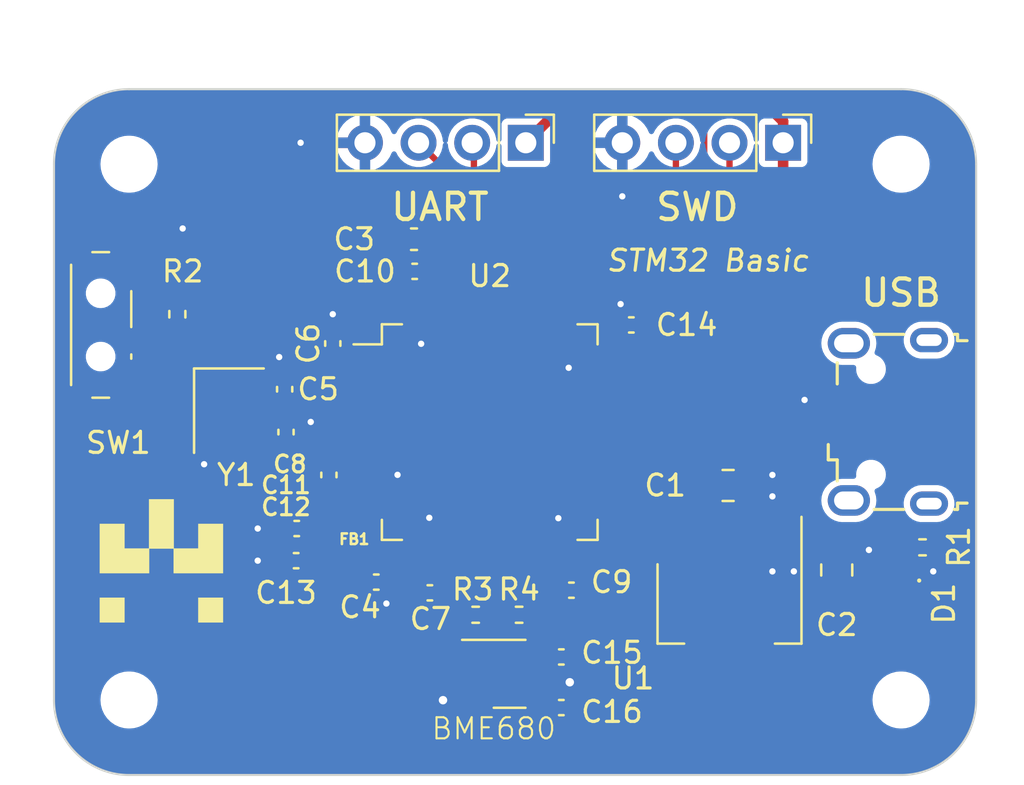
<source format=kicad_pcb>
(kicad_pcb (version 20221018) (generator pcbnew)
  (layers (0 "F.Cu" signal) (31 "B.Cu" power) (34 "B.Paste" user) (35 "F.Paste" user) (36 "B.SilkS" user "B.Silkscreen") (37 "F.SilkS" user "F.Silkscreen") (38 "B.Mask" user) (39 "F.Mask" user) (44 "Edge.Cuts" user))
  (net 0 "")
  (net 1 "VBUS")
  (net 2 "GND")
  (net 3 "+3.3V")
  (net 4 "/NRST")
  (net 5 "/OSC_IN")
  (net 6 "/OSC_OUT")
  (net 7 "+3.3VA")
  (net 8 "/PWD_LED_K")
  (net 9 "/SWDIO")
  (net 10 "/SWCLK")
  (net 11 "/USB_D-")
  (net 12 "/USB_D+")
  (net 14 "/UART1_TX")
  (net 15 "/UART1_RX")
  (net 16 "/SW_BOOT0")
  (net 17 "/BOOT0")
  (net 58 "SCL")
  (net 59 "SDA")
  (footprint "Capacitor_SMD:C_0402_1005Metric" (layer "F.Cu") (at 66.678428 86.235133 180)
    (fp_text reference "C9" (at -1.901572 0.383133) (layer "F.SilkS"))
    (fp_text value "100n")
    (pad "1" smd roundrect (at -0.48 0 180) (size 0.56 0.62) (layers "F.Cu" "F.Paste" "F.Mask") (net 3 "+3.3V"))
    (pad "2" smd roundrect (at 0.48 0 180) (size 0.56 0.62) (layers "F.Cu" "F.Paste" "F.Mask") (net 2 "GND"))
  )
  (footprint "Package_LGA:Bosch_LGA-8_3x3mm_P0.8mm_ClockwisePinNumbering" (layer "F.Cu") (at 63 90.2 90)
    (fp_text reference "U3" hide)
    (fp_text value "BME680")
    (pad "1" smd roundrect (at -1.2 -1.1875 90) (size 0.5 0.525) (layers "F.Cu" "F.Paste" "F.Mask") (net 2 "GND"))
    (pad "2" smd roundrect (at -0.4 -1.1875 90) (size 0.5 0.525) (layers "F.Cu" "F.Paste" "F.Mask") (net 3 "+3.3V"))
    (pad "3" smd roundrect (at 0.4 -1.1875 90) (size 0.5 0.525) (layers "F.Cu" "F.Paste" "F.Mask") (net 59 "SDA"))
    (pad "4" smd roundrect (at 1.2 -1.1875 90) (size 0.5 0.525) (layers "F.Cu" "F.Paste" "F.Mask") (net 58 "SCL"))
    (pad "5" smd roundrect (at 1.2 1.1875 90) (size 0.5 0.525) (layers "F.Cu" "F.Paste" "F.Mask") (net 3 "+3.3V"))
    (pad "6" smd roundrect (at 0.4 1.1875 90) (size 0.5 0.525) (layers "F.Cu" "F.Paste" "F.Mask") (net 3 "+3.3V"))
    (pad "7" smd roundrect (at -0.4 1.1875 90) (size 0.5 0.525) (layers "F.Cu" "F.Paste" "F.Mask") (net 2 "GND"))
    (pad "8" smd roundrect (at -1.2 1.1875 90) (size 0.5 0.525) (layers "F.Cu" "F.Paste" "F.Mask") (net 3 "+3.3V"))
  )
  (footprint "Resistor_SMD:R_0402_1005Metric" (layer "F.Cu") (at 62.141323 87.4 180)
    (fp_text reference "R3" (at 0.141323 1.2 180) (layer "F.SilkS"))
    (fp_text value "4k7")
    (pad "1" smd roundrect (at -0.51 0 180) (size 0.54 0.64) (layers "F.Cu" "F.Paste" "F.Mask") (net 58 "SCL"))
    (pad "2" smd roundrect (at 0.51 0 180) (size 0.54 0.64) (layers "F.Cu" "F.Paste" "F.Mask") (net 3 "+3.3V"))
  )
  (footprint "LOGO" (layer "F.Cu") (at 47.244 84.836)
    (fp_text reference "G***" hide)
    (fp_text value "LOGO" hide)
  )
  (footprint "Button_Switch_SMD:SW_SPDT_PCM12" (layer "F.Cu") (at 44.704 73.66 -90)
    (fp_text reference "SW1" (at 5.588 -0.508 -180) (layer "F.SilkS"))
    (fp_text value "SW_SPDT")
    (pad "" smd rect (at -3.65 -0.78 270) (size 1 0.8) (layers "F.Cu" "F.Paste" "F.Mask"))
    (pad "" smd rect (at -3.65 1.43 270) (size 1 0.8) (layers "F.Cu" "F.Paste" "F.Mask"))
    (pad "" np_thru_hole circle (at -1.5 0.33 270) (size 0.9 0.9) (drill 0.9) (layers "*.Cu" "*.Mask"))
    (pad "" np_thru_hole circle (at 1.5 0.33 270) (size 0.9 0.9) (drill 0.9) (layers "*.Cu" "*.Mask"))
    (pad "" smd rect (at 3.65 -0.78 270) (size 1 0.8) (layers "F.Cu" "F.Paste" "F.Mask"))
    (pad "" smd rect (at 3.65 1.43 270) (size 1 0.8) (layers "F.Cu" "F.Paste" "F.Mask"))
    (pad "1" smd rect (at -2.25 -1.43 270) (size 0.7 1.5) (layers "F.Cu" "F.Paste" "F.Mask") (net 2 "GND"))
    (pad "2" smd rect (at 0.75 -1.43 270) (size 0.7 1.5) (layers "F.Cu" "F.Paste" "F.Mask") (net 16 "/SW_BOOT0"))
    (pad "3" smd rect (at 2.25 -1.43 270) (size 0.7 1.5) (layers "F.Cu" "F.Paste" "F.Mask") (net 3 "+3.3V"))
  )
  (footprint "Capacitor_SMD:C_0402_1005Metric" (layer "F.Cu") (at 53.664 83.312 180)
    (fp_text reference "C12" (at 0.508 1.016) (layer "F.SilkS") (effects (font (size 0.8 0.8))))
    (fp_text value "1u")
    (pad "1" smd roundrect (at -0.48 0 180) (size 0.56 0.62) (layers "F.Cu" "F.Paste" "F.Mask") (net 7 "+3.3VA"))
    (pad "2" smd roundrect (at 0.48 0 180) (size 0.56 0.62) (layers "F.Cu" "F.Paste" "F.Mask") (net 2 "GND"))
  )
  (footprint "MountingHole:MountingHole_2.2mm_M2" (layer "F.Cu") (at 45.72 66.04)
    (fp_text reference "H2")
    (fp_text value "MountingHole")
    (pad "" np_thru_hole circle (at 0 0) (size 2.2 2.2) (drill 2.2) (layers "*.Cu" "*.Mask"))
  )
  (footprint "Capacitor_SMD:C_0402_1005Metric" (layer "F.Cu") (at 59.972 86.36 180)
    (fp_text reference "C7" (at -0.028 -1.24) (layer "F.SilkS"))
    (fp_text value "100n" hide)
    (pad "1" smd roundrect (at -0.48 0 180) (size 0.56 0.62) (layers "F.Cu" "F.Paste" "F.Mask") (net 3 "+3.3V"))
    (pad "2" smd roundrect (at 0.48 0 180) (size 0.56 0.62) (layers "F.Cu" "F.Paste" "F.Mask") (net 2 "GND"))
  )
  (footprint "Resistor_SMD:R_0402_1005Metric" (layer "F.Cu") (at 48.008 73.152 90)
    (fp_text reference "R2" (at 2.032 0.252 180) (layer "F.SilkS"))
    (fp_text value "10k")
    (pad "1" smd roundrect (at -0.51 0 90) (size 0.54 0.64) (layers "F.Cu" "F.Paste" "F.Mask") (net 16 "/SW_BOOT0"))
    (pad "2" smd roundrect (at 0.51 0 90) (size 0.54 0.64) (layers "F.Cu" "F.Paste" "F.Mask") (net 17 "/BOOT0"))
  )
  (footprint "Crystal:Crystal_SMD_3225-4Pin_3.2x2.5mm" (layer "F.Cu") (at 50.45 77.724 -90)
    (fp_text reference "Y1" (at 3.048 -0.35 180) (layer "F.SilkS"))
    (fp_text value "16MHz")
    (pad "1" smd rect (at -1.1 0.85 270) (size 1.4 1.2) (layers "F.Cu" "F.Paste" "F.Mask") (net 5 "/OSC_IN"))
    (pad "2" smd rect (at 1.1 0.85 270) (size 1.4 1.2) (layers "F.Cu" "F.Paste" "F.Mask") (net 2 "GND"))
    (pad "3" smd rect (at 1.1 -0.85 270) (size 1.4 1.2) (layers "F.Cu" "F.Paste" "F.Mask") (net 6 "/OSC_OUT"))
    (pad "4" smd rect (at -1.1 -0.85 270) (size 1.4 1.2) (layers "F.Cu" "F.Paste" "F.Mask") (net 2 "GND"))
  )
  (footprint "Capacitor_SMD:C_0603_1608Metric" (layer "F.Cu") (at 59.22 69.596)
    (fp_text reference "C3" (at -2.832 0) (layer "F.SilkS"))
    (fp_text value "10u")
    (pad "1" smd roundrect (at -0.775 0) (size 0.9 0.95) (layers "F.Cu" "F.Paste" "F.Mask") (net 3 "+3.3V"))
    (pad "2" smd roundrect (at 0.775 0) (size 0.9 0.95) (layers "F.Cu" "F.Paste" "F.Mask") (net 2 "GND"))
  )
  (footprint "Capacitor_SMD:C_0402_1005Metric" (layer "F.Cu") (at 66.2 91.8 180)
    (fp_text reference "C16" (at -2.4 -0.2) (layer "F.SilkS"))
    (fp_text value "100n")
    (pad "1" smd roundrect (at -0.48 0 180) (size 0.56 0.62) (layers "F.Cu" "F.Paste" "F.Mask") (net 2 "GND"))
    (pad "2" smd roundrect (at 0.48 0 180) (size 0.56 0.62) (layers "F.Cu" "F.Paste" "F.Mask") (net 3 "+3.3V"))
  )
  (footprint "Capacitor_SMD:C_0402_1005Metric" (layer "F.Cu") (at 53.156 78.74 90)
    (fp_text reference "C8" (at -1.524 0.184 180) (layer "F.SilkS") (effects (font (size 0.8 0.8))))
    (fp_text value "10p")
    (pad "1" smd roundrect (at -0.48 0 90) (size 0.56 0.62) (layers "F.Cu" "F.Paste" "F.Mask") (net 6 "/OSC_OUT"))
    (pad "2" smd roundrect (at 0.48 0 90) (size 0.56 0.62) (layers "F.Cu" "F.Paste" "F.Mask") (net 2 "GND"))
  )
  (footprint "Inductor_SMD:L_0402_1005Metric" (layer "F.Cu") (at 55.188 83.82 -90)
    (fp_text reference "FB1" (at 0 -1.2) (layer "F.SilkS") (effects (font (size 0.5 0.5) (thickness 0.125))))
    (fp_text value "120R")
    (pad "1" smd roundrect (at -0.485 0 270) (size 0.59 0.64) (layers "F.Cu" "F.Paste" "F.Mask") (net 7 "+3.3VA"))
    (pad "2" smd roundrect (at 0.485 0 270) (size 0.59 0.64) (layers "F.Cu" "F.Paste" "F.Mask") (net 3 "+3.3V"))
  )
  (footprint "Resistor_SMD:R_0402_1005Metric" (layer "F.Cu") (at 64.2 87.4 180)
    (fp_text reference "R4" (at 0 1.2 180) (layer "F.SilkS"))
    (fp_text value "4k7")
    (pad "1" smd roundrect (at -0.51 0 180) (size 0.54 0.64) (layers "F.Cu" "F.Paste" "F.Mask") (net 3 "+3.3V"))
    (pad "2" smd roundrect (at 0.51 0 180) (size 0.54 0.64) (layers "F.Cu" "F.Paste" "F.Mask") (net 59 "SDA"))
  )
  (footprint "Capacitor_SMD:C_0402_1005Metric" (layer "F.Cu") (at 55.372 74.540614 90)
    (fp_text reference "C6" (at 0 -1.16 90) (layer "F.SilkS"))
    (fp_text value "100n")
    (pad "1" smd roundrect (at -0.48 0 90) (size 0.56 0.62) (layers "F.Cu" "F.Paste" "F.Mask") (net 3 "+3.3V"))
    (pad "2" smd roundrect (at 0.48 0 90) (size 0.56 0.62) (layers "F.Cu" "F.Paste" "F.Mask") (net 2 "GND"))
  )
  (footprint "Capacitor_SMD:C_0402_1005Metric" (layer "F.Cu") (at 66.2 89.4 180)
    (fp_text reference "C15" (at -2.4 0.2) (layer "F.SilkS"))
    (fp_text value "100n")
    (pad "1" smd roundrect (at -0.48 0 180) (size 0.56 0.62) (layers "F.Cu" "F.Paste" "F.Mask") (net 2 "GND"))
    (pad "2" smd roundrect (at 0.48 0 180) (size 0.56 0.62) (layers "F.Cu" "F.Paste" "F.Mask") (net 3 "+3.3V"))
  )
  (footprint "Connector_PinHeader_2.54mm:PinHeader_1x04_P2.54mm_Vertical" (layer "F.Cu") (at 64.516 65.024 -90)
    (fp_text reference "J3")
    (fp_text value "UART")
    (pad "1" thru_hole rect (at 0 0 270) (size 1.7 1.7) (drill 1) (layers "*.Cu" "*.Mask") (net 3 "+3.3V"))
    (pad "2" thru_hole oval (at 0 2.54 270) (size 1.7 1.7) (drill 1) (layers "*.Cu" "*.Mask") (net 14 "/UART1_TX"))
    (pad "3" thru_hole oval (at 0 5.08 270) (size 1.7 1.7) (drill 1) (layers "*.Cu" "*.Mask") (net 15 "/UART1_RX"))
    (pad "4" thru_hole oval (at 0 7.62 270) (size 1.7 1.7) (drill 1) (layers "*.Cu" "*.Mask") (net 2 "GND"))
  )
  (footprint "MountingHole:MountingHole_2.2mm_M2" (layer "F.Cu") (at 45.72 91.44)
    (fp_text reference "H4")
    (fp_text value "MountingHole")
    (pad "" np_thru_hole circle (at 0 0) (size 2.2 2.2) (drill 2.2) (layers "*.Cu" "*.Mask"))
  )
  (footprint "Capacitor_SMD:C_0805_2012Metric" (layer "F.Cu") (at 74.102 81.271152)
    (fp_text reference "C1" (at -2.982 0) (layer "F.SilkS"))
    (fp_text value "22u")
    (pad "1" smd roundrect (at -0.95 0) (size 1 1.45) (layers "F.Cu" "F.Paste" "F.Mask") (net 1 "VBUS"))
    (pad "2" smd roundrect (at 0.95 0) (size 1 1.45) (layers "F.Cu" "F.Paste" "F.Mask") (net 2 "GND"))
  )
  (footprint "Capacitor_SMD:C_0402_1005Metric" (layer "F.Cu") (at 55.188 80.772 90)
    (fp_text reference "C11" (at -0.48 -2.032) (layer "F.SilkS") (effects (font (size 0.8 0.8))))
    (fp_text value "10n")
    (pad "1" smd roundrect (at -0.48 0 90) (size 0.56 0.62) (layers "F.Cu" "F.Paste" "F.Mask") (net 7 "+3.3VA"))
    (pad "2" smd roundrect (at 0.48 0 90) (size 0.56 0.62) (layers "F.Cu" "F.Paste" "F.Mask") (net 2 "GND"))
  )
  (footprint "Capacitor_SMD:C_0402_1005Metric" (layer "F.Cu") (at 59.252 71.12)
    (fp_text reference "C10" (at -2.356 0) (layer "F.SilkS"))
    (fp_text value "100n")
    (pad "1" smd roundrect (at -0.48 0) (size 0.56 0.62) (layers "F.Cu" "F.Paste" "F.Mask") (net 3 "+3.3V"))
    (pad "2" smd roundrect (at 0.48 0) (size 0.56 0.62) (layers "F.Cu" "F.Paste" "F.Mask") (net 2 "GND"))
  )
  (footprint "Capacitor_SMD:C_0805_2012Metric" (layer "F.Cu") (at 79.248 85.278 -90)
    (fp_text reference "C2" (at 2.606 0) (layer "F.SilkS"))
    (fp_text value "22u")
    (pad "1" smd roundrect (at -0.95 0 270) (size 1 1.45) (layers "F.Cu" "F.Paste" "F.Mask") (net 2 "GND"))
    (pad "2" smd roundrect (at 0.95 0 270) (size 1 1.45) (layers "F.Cu" "F.Paste" "F.Mask") (net 3 "+3.3V"))
  )
  (footprint "LED_SMD:LED_0402_1005Metric" (layer "F.Cu") (at 83.154 86.868 -90)
    (fp_text reference "D1" (at 0 -1.17 -90) (layer "F.SilkS"))
    (fp_text value "RED")
    (pad "1" smd roundrect (at -0.485 0 270) (size 0.59 0.64) (layers "F.Cu" "F.Paste" "F.Mask") (net 8 "/PWD_LED_K"))
    (pad "2" smd roundrect (at 0.485 0 270) (size 0.59 0.64) (layers "F.Cu" "F.Paste" "F.Mask") (net 3 "+3.3V"))
  )
  (footprint "Connector_PinHeader_2.54mm:PinHeader_1x04_P2.54mm_Vertical" (layer "F.Cu") (at 76.708 65.024 -90)
    (fp_text reference "J1")
    (fp_text value "Conn_01x04_Male")
    (pad "1" thru_hole rect (at 0 0 270) (size 1.7 1.7) (drill 1) (layers "*.Cu" "*.Mask") (net 3 "+3.3V"))
    (pad "2" thru_hole oval (at 0 2.54 270) (size 1.7 1.7) (drill 1) (layers "*.Cu" "*.Mask") (net 9 "/SWDIO"))
    (pad "3" thru_hole oval (at 0 5.08 270) (size 1.7 1.7) (drill 1) (layers "*.Cu" "*.Mask") (net 10 "/SWCLK"))
    (pad "4" thru_hole oval (at 0 7.62 270) (size 1.7 1.7) (drill 1) (layers "*.Cu" "*.Mask") (net 2 "GND"))
  )
  (footprint "Resistor_SMD:R_0402_1005Metric" (layer "F.Cu") (at 83.312 84.204)
    (fp_text reference "R1" (at 1.721998 -0.021988 90) (layer "F.SilkS"))
    (fp_text value "1k5")
    (pad "1" smd roundrect (at -0.51 0) (size 0.54 0.64) (layers "F.Cu" "F.Paste" "F.Mask") (net 8 "/PWD_LED_K"))
    (pad "2" smd roundrect (at 0.51 0) (size 0.54 0.64) (layers "F.Cu" "F.Paste" "F.Mask") (net 2 "GND"))
  )
  (footprint "Capacitor_SMD:C_0402_1005Metric" (layer "F.Cu") (at 53.092 76.708 90)
    (fp_text reference "C5" (at 0 1.588 180) (layer "F.SilkS"))
    (fp_text value "10p")
    (pad "1" smd roundrect (at -0.48 0 90) (size 0.56 0.62) (layers "F.Cu" "F.Paste" "F.Mask") (net 5 "/OSC_IN"))
    (pad "2" smd roundrect (at 0.48 0 90) (size 0.56 0.62) (layers "F.Cu" "F.Paste" "F.Mask") (net 2 "GND"))
  )
  (footprint "Capacitor_SMD:C_0402_1005Metric" (layer "F.Cu") (at 57.432 85.852)
    (fp_text reference "C4" (at -0.767788 1.189422) (layer "F.SilkS"))
    (fp_text value "100n")
    (pad "1" smd roundrect (at -0.48 0) (size 0.56 0.62) (layers "F.Cu" "F.Paste" "F.Mask") (net 4 "/NRST"))
    (pad "2" smd roundrect (at 0.48 0) (size 0.56 0.62) (layers "F.Cu" "F.Paste" "F.Mask") (net 2 "GND"))
  )
  (footprint "Package_TO_SOT_SMD:SOT-223-3_TabPin2" (layer "F.Cu") (at 74.168 86.859152 -90)
    (fp_text reference "U1" (at 3.556 4.572) (layer "F.SilkS"))
    (fp_text value "AMS1117-3.3")
    (pad "1" smd rect (at -3.15 -2.3 270) (size 2 1.5) (layers "F.Cu" "F.Paste" "F.Mask") (net 2 "GND"))
    (pad "2" smd rect (at -3.15 0 270) (size 2 1.5) (layers "F.Cu" "F.Paste" "F.Mask") (net 3 "+3.3V"))
    (pad "2" smd rect (at 3.15 0 270) (size 2 3.8) (layers "F.Cu" "F.Paste" "F.Mask") (net 3 "+3.3V"))
    (pad "3" smd rect (at -3.15 2.3 270) (size 2 1.5) (layers "F.Cu" "F.Paste" "F.Mask") (net 1 "VBUS"))
  )
  (footprint "MountingHole:MountingHole_2.2mm_M2" (layer "F.Cu") (at 82.296 91.44)
    (fp_text reference "H3")
    (fp_text value "MountingHole")
    (pad "" np_thru_hole circle (at 0 0) (size 2.2 2.2) (drill 2.2) (layers "*.Cu" "*.Mask"))
  )
  (footprint "MountingHole:MountingHole_2.2mm_M2" (layer "F.Cu") (at 82.296 66.04)
    (fp_text reference "H1")
    (fp_text value "MountingHole")
    (pad "" np_thru_hole circle (at 0 0) (size 2.2 2.2) (drill 2.2) (layers "*.Cu" "*.Mask"))
  )
  (footprint "Package_QFP:LQFP-64_10x10mm_P0.5mm" (layer "F.Cu") (at 62.808 78.74)
    (fp_text reference "U2" (at 0 -7.4) (layer "F.SilkS"))
    (fp_text value "STM32L476RGTx")
    (pad "1" smd roundrect (at -5.675 -3.75) (size 1.55 0.3) (layers "F.Cu" "F.Paste" "F.Mask") (net 3 "+3.3V"))
    (pad "2" smd roundrect (at -5.675 -3.25) (size 1.55 0.3) (layers "F.Cu" "F.Paste" "F.Mask"))
    (pad "3" smd roundrect (at -5.675 -2.75) (size 1.55 0.3) (layers "F.Cu" "F.Paste" "F.Mask"))
    (pad "4" smd roundrect (at -5.675 -2.25) (size 1.55 0.3) (layers "F.Cu" "F.Paste" "F.Mask"))
    (pad "5" smd roundrect (at -5.675 -1.75) (size 1.55 0.3) (layers "F.Cu" "F.Paste" "F.Mask") (net 5 "/OSC_IN"))
    (pad "6" smd roundrect (at -5.675 -1.25) (size 1.55 0.3) (layers "F.Cu" "F.Paste" "F.Mask") (net 6 "/OSC_OUT"))
    (pad "7" smd roundrect (at -5.675 -0.75) (size 1.55 0.3) (layers "F.Cu" "F.Paste" "F.Mask") (net 4 "/NRST"))
    (pad "8" smd roundrect (at -5.675 -0.25) (size 1.55 0.3) (layers "F.Cu" "F.Paste" "F.Mask"))
    (pad "9" smd roundrect (at -5.675 0.25) (size 1.55 0.3) (layers "F.Cu" "F.Paste" "F.Mask"))
    (pad "10" smd roundrect (at -5.675 0.75) (size 1.55 0.3) (layers "F.Cu" "F.Paste" "F.Mask"))
    (pad "11" smd roundrect (at -5.675 1.25) (size 1.55 0.3) (layers "F.Cu" "F.Paste" "F.Mask"))
    (pad "12" smd roundrect (at -5.675 1.75) (size 1.55 0.3) (layers "F.Cu" "F.Paste" "F.Mask") (net 2 "GND"))
    (pad "13" smd roundrect (at -5.675 2.25) (size 1.55 0.3) (layers "F.Cu" "F.Paste" "F.Mask") (net 7 "+3.3VA"))
    (pad "14" smd roundrect (at -5.675 2.75) (size 1.55 0.3) (layers "F.Cu" "F.Paste" "F.Mask"))
    (pad "15" smd roundrect (at -5.675 3.25) (size 1.55 0.3) (layers "F.Cu" "F.Paste" "F.Mask"))
    (pad "16" smd roundrect (at -5.675 3.75) (size 1.55 0.3) (layers "F.Cu" "F.Paste" "F.Mask"))
    (pad "17" smd roundrect (at -3.75 5.675) (size 0.3 1.55) (layers "F.Cu" "F.Paste" "F.Mask"))
    (pad "18" smd roundrect (at -3.25 5.675) (size 0.3 1.55) (layers "F.Cu" "F.Paste" "F.Mask") (net 2 "GND"))
    (pad "19" smd roundrect (at -2.75 5.675) (size 0.3 1.55) (layers "F.Cu" "F.Paste" "F.Mask") (net 3 "+3.3V"))
    (pad "20" smd roundrect (at -2.25 5.675) (size 0.3 1.55) (layers "F.Cu" "F.Paste" "F.Mask"))
    (pad "21" smd roundrect (at -1.75 5.675) (size 0.3 1.55) (layers "F.Cu" "F.Paste" "F.Mask"))
    (pad "22" smd roundrect (at -1.25 5.675) (size 0.3 1.55) (layers "F.Cu" "F.Paste" "F.Mask"))
    (pad "23" smd roundrect (at -0.75 5.675) (size 0.3 1.55) (layers "F.Cu" "F.Paste" "F.Mask"))
    (pad "24" smd roundrect (at -0.25 5.675) (size 0.3 1.55) (layers "F.Cu" "F.Paste" "F.Mask"))
    (pad "25" smd roundrect (at 0.25 5.675) (size 0.3 1.55) (layers "F.Cu" "F.Paste" "F.Mask"))
    (pad "26" smd roundrect (at 0.75 5.675) (size 0.3 1.55) (layers "F.Cu" "F.Paste" "F.Mask"))
    (pad "27" smd roundrect (at 1.25 5.675) (size 0.3 1.55) (layers "F.Cu" "F.Paste" "F.Mask"))
    (pad "28" smd roundrect (at 1.75 5.675) (size 0.3 1.55) (layers "F.Cu" "F.Paste" "F.Mask"))
    (pad "29" smd roundrect (at 2.25 5.675) (size 0.3 1.55) (layers "F.Cu" "F.Paste" "F.Mask") (net 58 "SCL"))
    (pad "30" smd roundrect (at 2.75 5.675) (size 0.3 1.55) (layers "F.Cu" "F.Paste" "F.Mask") (net 59 "SDA"))
    (pad "31" smd roundrect (at 3.25 5.675) (size 0.3 1.55) (layers "F.Cu" "F.Paste" "F.Mask") (net 2 "GND"))
    (pad "32" smd roundrect (at 3.75 5.675) (size 0.3 1.55) (layers "F.Cu" "F.Paste" "F.Mask") (net 3 "+3.3V"))
    (pad "33" smd roundrect (at 5.675 3.75) (size 1.55 0.3) (layers "F.Cu" "F.Paste" "F.Mask"))
    (pad "34" smd roundrect (at 5.675 3.25) (size 1.55 0.3) (layers "F.Cu" "F.Paste" "F.Mask"))
    (pad "35" smd roundrect (at 5.675 2.75) (size 1.55 0.3) (layers "F.Cu" "F.Paste" "F.Mask"))
    (pad "36" smd roundrect (at 5.675 2.25) (size 1.55 0.3) (layers "F.Cu" "F.Paste" "F.Mask"))
    (pad "37" smd roundrect (at 5.675 1.75) (size 1.55 0.3) (layers "F.Cu" "F.Paste" "F.Mask"))
    (pad "38" smd roundrect (at 5.675 1.25) (size 1.55 0.3) (layers "F.Cu" "F.Paste" "F.Mask"))
    (pad "39" smd roundrect (at 5.675 0.75) (size 1.55 0.3) (layers "F.Cu" "F.Paste" "F.Mask"))
    (pad "40" smd roundrect (at 5.675 0.25) (size 1.55 0.3) (layers "F.Cu" "F.Paste" "F.Mask"))
    (pad "41" smd roundrect (at 5.675 -0.25) (size 1.55 0.3) (layers "F.Cu" "F.Paste" "F.Mask"))
    (pad "42" smd roundrect (at 5.675 -0.75) (size 1.55 0.3) (layers "F.Cu" "F.Paste" "F.Mask"))
    (pad "43" smd roundrect (at 5.675 -1.25) (size 1.55 0.3) (layers "F.Cu" "F.Paste" "F.Mask"))
    (pad "44" smd roundrect (at 5.675 -1.75) (size 1.55 0.3) (layers "F.Cu" "F.Paste" "F.Mask") (net 11 "/USB_D-"))
    (pad "45" smd roundrect (at 5.675 -2.25) (size 1.55 0.3) (layers "F.Cu" "F.Paste" "F.Mask") (net 12 "/USB_D+"))
    (pad "46" smd roundrect (at 5.675 -2.75) (size 1.55 0.3) (layers "F.Cu" "F.Paste" "F.Mask") (net 9 "/SWDIO"))
    (pad "47" smd roundrect (at 5.675 -3.25) (size 1.55 0.3) (layers "F.Cu" "F.Paste" "F.Mask") (net 2 "GND"))
    (pad "48" smd roundrect (at 5.675 -3.75) (size 1.55 0.3) (layers "F.Cu" "F.Paste" "F.Mask") (net 3 "+3.3V"))
    (pad "49" smd roundrect (at 3.75 -5.675) (size 0.3 1.55) (layers "F.Cu" "F.Paste" "F.Mask") (net 10 "/SWCLK"))
    (pad "50" smd roundrect (at 3.25 -5.675) (size 0.3 1.55) (layers "F.Cu" "F.Paste" "F.Mask"))
    (pad "51" smd roundrect (at 2.75 -5.675) (size 0.3 1.55) (layers "F.Cu" "F.Paste" "F.Mask"))
    (pad "52" smd roundrect (at 2.25 -5.675) (size 0.3 1.55) (layers "F.Cu" "F.Paste" "F.Mask"))
    (pad "53" smd roundrect (at 1.75 -5.675) (size 0.3 1.55) (layers "F.Cu" "F.Paste" "F.Mask"))
    (pad "54" smd roundrect (at 1.25 -5.675) (size 0.3 1.55) (layers "F.Cu" "F.Paste" "F.Mask"))
    (pad "55" smd roundrect (at 0.75 -5.675) (size 0.3 1.55) (layers "F.Cu" "F.Paste" "F.Mask"))
    (pad "56" smd roundrect (at 0.25 -5.675) (size 0.3 1.55) (layers "F.Cu" "F.Paste" "F.Mask"))
    (pad "57" smd roundrect (at -0.25 -5.675) (size 0.3 1.55) (layers "F.Cu" "F.Paste" "F.Mask"))
    (pad "58" smd roundrect (at -0.75 -5.675) (size 0.3 1.55) (layers "F.Cu" "F.Paste" "F.Mask") (net 14 "/UART1_TX"))
    (pad "59" smd roundrect (at -1.25 -5.675) (size 0.3 1.55) (layers "F.Cu" "F.Paste" "F.Mask") (net 15 "/UART1_RX"))
    (pad "60" smd roundrect (at -1.75 -5.675) (size 0.3 1.55) (layers "F.Cu" "F.Paste" "F.Mask") (net 17 "/BOOT0"))
    (pad "61" smd roundrect (at -2.25 -5.675) (size 0.3 1.55) (layers "F.Cu" "F.Paste" "F.Mask"))
    (pad "62" smd roundrect (at -2.75 -5.675) (size 0.3 1.55) (layers "F.Cu" "F.Paste" "F.Mask"))
    (pad "63" smd roundrect (at -3.25 -5.675) (size 0.3 1.55) (layers "F.Cu" "F.Paste" "F.Mask") (net 2 "GND"))
    (pad "64" smd roundrect (at -3.75 -5.675) (size 0.3 1.55) (layers "F.Cu" "F.Paste" "F.Mask") (net 3 "+3.3V"))
  )
  (footprint "Connector_USB:USB_Micro-B_Wuerth_629105150521" (layer "F.Cu") (at 81.671672 78.256076 90)
    (fp_text reference "J2")
    (fp_text value "USB_B_Micro")
    (pad "" np_thru_hole oval (at -2.5 -0.8 90) (size 0.8 0.8) (drill 0.8) (layers "*.Cu" "*.Mask"))
    (pad "" np_thru_hole oval (at 2.5 -0.8 90) (size 0.8 0.8) (drill 0.8) (layers "*.Cu" "*.Mask"))
    (pad "1" smd rect (at -1.3 -1.9 90) (size 0.45 1.3) (layers "F.Cu" "F.Paste" "F.Mask") (net 1 "VBUS"))
    (pad "2" smd rect (at -0.65 -1.9 90) (size 0.45 1.3) (layers "F.Cu" "F.Paste" "F.Mask") (net 11 "/USB_D-"))
    (pad "3" smd rect (at 0 -1.9 90) (size 0.45 1.3) (layers "F.Cu" "F.Paste" "F.Mask") (net 12 "/USB_D+"))
    (pad "4" smd rect (at 0.65 -1.9 90) (size 0.45 1.3) (layers "F.Cu" "F.Paste" "F.Mask"))
    (pad "5" smd rect (at 1.3 -1.9 90) (size 0.45 1.3) (layers "F.Cu" "F.Paste" "F.Mask") (net 2 "GND"))
    (pad "6" thru_hole oval (at -3.875 1.95 90) (size 1.15 1.8) (drill oval 0.55 1.2) (layers "*.Cu" "*.Mask"))
    (pad "6" thru_hole oval (at -3.725 -1.85 90) (size 1.45 2) (drill oval 0.85 1.4) (layers "*.Cu" "*.Mask"))
    (pad "6" thru_hole oval (at 3.725 -1.85 90) (size 1.45 2) (drill oval 0.85 1.4) (layers "*.Cu" "*.Mask"))
    (pad "6" thru_hole oval (at 3.875 1.95 90) (size 1.15 1.8) (drill oval 0.55 1.2) (layers "*.Cu" "*.Mask"))
  )
  (footprint "Capacitor_SMD:C_0402_1005Metric" (layer "F.Cu") (at 53.636 84.836 180)
    (fp_text reference "C13" (at 0.48 -1.524) (layer "F.SilkS"))
    (fp_text value "1u")
    (pad "1" smd roundrect (at -0.48 0 180) (size 0.56 0.62) (layers "F.Cu" "F.Paste" "F.Mask") (net 3 "+3.3V"))
    (pad "2" smd roundrect (at 0.48 0 180) (size 0.56 0.62) (layers "F.Cu" "F.Paste" "F.Mask") (net 2 "GND"))
  )
  (footprint "Capacitor_SMD:C_0402_1005Metric" (layer "F.Cu") (at 69.516164 73.66 180)
    (fp_text reference "C14" (at -2.619836 0) (layer "F.SilkS"))
    (fp_text value "100n")
    (pad "1" smd roundrect (at -0.48 0 180) (size 0.56 0.62) (layers "F.Cu" "F.Paste" "F.Mask") (net 3 "+3.3V"))
    (pad "2" smd roundrect (at 0.48 0 180) (size 0.56 0.62) (layers "F.Cu" "F.Paste" "F.Mask") (net 2 "GND"))
  )
  (gr_arc (start 42.164 66.04) (mid 43.205528 63.525528) (end 45.72 62.484) (stroke (width 0.1)) (layer "Edge.Cuts"))
  (gr_line (start 42.164 66.04) (end 42.164 91.44) (stroke (width 0.1)) (layer "Edge.Cuts"))
  (gr_arc (start 82.296 62.484) (mid 84.810472 63.525528) (end 85.852 66.04) (stroke (width 0.1)) (layer "Edge.Cuts"))
  (gr_line (start 85.852 91.44) (end 85.852 66.04) (stroke (width 0.1)) (layer "Edge.Cuts"))
  (gr_arc (start 85.852 91.44) (mid 84.810472 93.954472) (end 82.296 94.996) (stroke (width 0.1)) (layer "Edge.Cuts"))
  (gr_arc (start 45.72 94.996) (mid 43.205528 93.954472) (end 42.164 91.44) (stroke (width 0.1)) (layer "Edge.Cuts"))
  (gr_line (start 45.72 94.996) (end 82.296 94.996) (stroke (width 0.1)) (layer "Edge.Cuts"))
  (gr_line (start 45.72 62.484) (end 82.296 62.484) (stroke (width 0.1)) (layer "Edge.Cuts"))
  (gr_text "USB" (at 82.296 72.136) (layer "F.SilkS") (effects (font (size 1.25 1.25) (thickness 0.2))))
  (gr_text "UART" (at 60.452 68.072) (layer "F.SilkS") (effects (font (size 1.25 1.25) (thickness 0.2))))
  (gr_text "SWD" (at 72.644 68.072) (layer "F.SilkS") (effects (font (size 1.25 1.25) (thickness 0.2))))
  (gr_text "BME680" (at 63 92.8) (layer "F.SilkS") (effects (font (size 1 1) (thickness 0.1))))
  (gr_text "STM32 Basic" (at 73.152 70.612) (layer "F.SilkS") (effects (font (size 1 1) (thickness 0.15) italic)))
  (segment (start 59.558 73.065) (end 59.558 74.554) (width 0.3) (layer "F.Cu") (net 2))
  (segment (start 55.372 74.060614) (end 55.372 73.152) (width 0.5) (layer "F.Cu") (net 2))
  (segment (start 52.324 76.2) (end 53.064 76.2) (width 0.5) (layer "F.Cu") (net 2))
  (segment (start 59.558 84.415) (end 59.558 83.19) (width 0.3) (layer "F.Cu") (net 2))
  (segment (start 77.983924 76.956076) (end 77.724 77.216) (width 0.3) (layer "F.Cu") (net 2))
  (segment (start 56.896 65.024) (end 53.848 65.024) (width 0.5) (layer "F.Cu") (net 2))
  (segment (start 64.1875 90.6) (end 66.6 90.6) (width 0.5) (layer "F.Cu") (net 2))
  (segment (start 83.822 85.342) (end 83.82 85.344) (width 0.5) (layer "F.Cu") (net 2))
  (segment (start 56.106 80.49) (end 55.88 80.264) (width 0.3) (layer "F.Cu") (net 2))
  (segment (start 46.134 71.214) (end 48.26 69.088) (width 0.5) (layer "F.Cu") (net 2))
  (segment (start 59.558 83.19) (end 59.944 82.804) (width 0.3) (layer "F.Cu") (net 2))
  (segment (start 49.6 79.94) (end 49.276 80.264) (width 0.5) (layer "F.Cu") (net 2))
  (segment (start 69.008164 73.66) (end 69.008164 72.672) (width 0.5) (layer "F.Cu") (net 2))
  (segment (start 59.492 85.375041) (end 59.558 85.309041) (width 0.3) (layer "F.Cu") (net 2))
  (segment (start 66.198428 86.235133) (end 66.198428 85.502429) (width 0.3) (layer "F.Cu") (net 2))
  (segment (start 59.492 86.36) (end 59.492 85.375041) (width 0.3) (layer "F.Cu") (net 2))
  (segment (start 59.558 73.065) (end 59.558 71.294) (width 0.3) (layer "F.Cu") (net 2))
  (segment (start 69.088 65.024) (end 69.088 67.564) (width 0.5) (layer "F.Cu") (net 2))
  (segment (start 66.68 90.52) (end 66.6 90.6) (width 0.5) (layer "F.Cu") (net 2))
  (segment (start 60.64328 91.4) (end 60.59378 91.4495) (width 0.5) (layer "F.Cu") (net 2))
  (segment (start 53.092 75.444) (end 52.832 75.184) (width 0.5) (layer "F.Cu") (net 2))
  (segment (start 66.68 91.8) (end 66.68 90.68) (width 0.5) (layer "F.Cu") (net 2))
  (segment (start 66.058 84.415) (end 66.058 82.822) (width 0.3) (layer "F.Cu") (net 2))
  (segment (start 49.6 78.824) (end 49.6 79.94) (width 0.5) (layer "F.Cu") (net 2))
  (segment (start 51.9 76.624) (end 52.324 76.2) (width 0.5) (layer "F.Cu") (net 2))
  (segment (start 66.68 90.68) (end 66.6 90.6) (width 0.5) (layer "F.Cu") (net 2))
  (segment (start 55.216 80.264) (end 55.188 80.292) (width 0.3) (layer "F.Cu") (net 2))
  (segment (start 66.68 89.4) (end 66.68 90.52) (width 0.5) (layer "F.Cu") (net 2))
  (segment (start 53.064 76.2) (end 53.092 76.228) (width 0.5) (layer "F.Cu") (net 2))
  (segment (start 66.75 75.49) (end 66.548 75.692) (width 0.3) (layer "F.Cu") (net 2))
  (segment (start 59.995 70.561) (end 59.995 69.596) (width 0.5) (layer "F.Cu") (net 2))
  (segment (start 59.732 71.12) (end 59.732 70.824) (width 0.5) (layer "F.Cu") (net 2))
  (segment (start 53.184 83.312) (end 51.816 83.312) (width 0.3) (layer "F.Cu") (net 2))
  (segment (start 59.732 70.824) (end 59.995 70.561) (width 0.5) (layer "F.Cu") (net 2))
  (segment (start 53.092 76.228) (end 53.092 75.444) (width 0.5) (layer "F.Cu") (net 2))
  (segment (start 66.058 85.362001) (end 66.058 84.415) (width 0.3) (layer "F.Cu") (net 2))
  (segment (start 57.912 85.852) (end 57.912 86.868) (width 0.5) (layer "F.Cu") (net 2))
  (segment (start 68.483 75.49) (end 66.75 75.49) (width 0.3) (layer "F.Cu") (net 2))
  (segment (start 66.198428 85.502429) (end 66.058 85.362001) (width 0.3) (layer "F.Cu") (net 2))
  (segment (start 53.156 84.836) (end 51.816 84.836) (width 0.3) (layer "F.Cu") (net 2))
  (segment (start 58.138 80.49) (end 58.415187 80.767187) (width 0.3) (layer "F.Cu") (net 2))
  (segment (start 58.415187 80.767187) (end 58.439755 80.767187) (width 0.3) (layer "F.Cu") (net 2))
  (segment (start 55.88 80.264) (end 55.216 80.264) (width 0.3) (layer "F.Cu") (net 2))
  (segment (start 61.8125 91.4) (end 60.64328 91.4) (width 0.5) (layer "F.Cu") (net 2))
  (segment (start 57.133 80.49) (end 56.106 80.49) (width 0.3) (layer "F.Cu") (net 2))
  (segment (start 53.156 78.26) (end 54.328 78.26) (width 0.5) (layer "F.Cu") (net 2))
  (segment (start 51.3 76.624) (end 51.9 76.624) (width 0.5) (layer "F.Cu") (net 2))
  (segment (start 59.558 85.309041) (end 59.558 84.415) (width 0.3) (layer "F.Cu") (net 2))
  (segment (start 79.771672 76.956076) (end 77.983924 76.956076) (width 0.3) (layer "F.Cu") (net 2))
  (segment (start 57.133 80.49) (end 58.138 80.49) (width 0.3) (layer "F.Cu") (net 2))
  (segment (start 59.558 71.294) (end 59.732 71.12) (width 0.3) (layer "F.Cu") (net 2))
  (segment (start 83.822 84.204) (end 83.822 85.342) (width 0.5) (layer "F.Cu") (net 2))
  (via (at 69.008164 72.672) (size 0.7) (drill 0.3) (layers "F.Cu" "B.Cu") (net 2))
  (via (at 55.372 73.152) (size 0.7) (drill 0.3) (layers "F.Cu" "B.Cu") (net 2))
  (via (at 48.26 69.088) (size 0.7) (drill 0.3) (layers "F.Cu" "B.Cu") (net 2))
  (via (at 66.6 90.6) (size 0.8) (drill 0.4) (layers "F.Cu" "B.Cu") (net 2))
  (via (at 53.848 65.024) (size 0.7) (drill 0.3) (layers "F.Cu" "B.Cu") (net 2))
  (via (at 58.439755 80.767187) (size 0.7) (drill 0.3) (layers "F.Cu" "B.Cu") (net 2))
  (via (at 59.944 82.804) (size 0.7) (drill 0.3) (layers "F.Cu" "B.Cu") (net 2))
  (via (at 51.816 83.312) (size 0.7) (drill 0.3) (layers "F.Cu" "B.Cu") (net 2))
  (via (at 76.2 80.772) (size 0.7) (drill 0.3) (layers "F.Cu" "B.Cu") (net 2))
  (via (at 57.912 86.868) (size 0.7) (drill 0.3) (layers "F.Cu" "B.Cu") (net 2))
  (via (at 66.548 75.692) (size 0.7) (drill 0.3) (layers "F.Cu" "B.Cu") (net 2))
  (via (at 49.276 80.264) (size 0.7) (drill 0.3) (layers "F.Cu" "B.Cu") (net 2))
  (via (at 76.2 85.344) (size 0.7) (drill 0.3) (layers "F.Cu" "B.Cu") (net 2))
  (via (at 52.832 75.184) (size 0.7) (drill 0.3) (layers "F.Cu" "B.Cu") (net 2))
  (via (at 83.82 85.344) (size 0.7) (drill 0.3) (layers "F.Cu" "B.Cu") (net 2))
  (via (at 54.328 78.26) (size 0.7) (drill 0.3) (layers "F.Cu" "B.Cu") (net 2))
  (via (at 77.724 77.216) (size 0.7) (drill 0.3) (layers "F.Cu" "B.Cu") (net 2))
  (via (at 66.058 82.822) (size 0.7) (drill 0.3) (layers "F.Cu" "B.Cu") (net 2))
  (via (at 59.558 74.554) (size 0.7) (drill 0.3) (layers "F.Cu" "B.Cu") (net 2))
  (via (at 77.216 85.344) (size 0.7) (drill 0.3) (layers "F.Cu" "B.Cu") (net 2))
  (via (at 69.088 67.564) (size 0.7) (drill 0.3) (layers "F.Cu" "B.Cu") (net 2))
  (via (at 80.772 84.328) (size 0.7) (drill 0.3) (layers "F.Cu" "B.Cu") (net 2))
  (via (at 60.59378 91.4495) (size 0.8) (drill 0.4) (layers "F.Cu" "B.Cu") (net 2))
  (via (at 76.2 81.788) (size 0.7) (drill 0.3) (layers "F.Cu" "B.Cu") (net 2))
  (via (at 51.816 84.836) (size 0.7) (drill 0.3) (layers "F.Cu" "B.Cu") (net 2))
  (segment (start 58.42 70.612) (end 58.42 69.621) (width 0.5) (layer "F.Cu") (net 3))
  (segment (start 59.058 73.065) (end 59.058 71.406) (width 0.3) (layer "F.Cu") (net 3))
  (segment (start 63.111827 90.6) (end 63.911827 91.4) (width 0.5) (layer "F.Cu") (net 3))
  (segment (start 81.788 86.868) (end 81.788 87.376) (width 0.5) (layer "F.Cu") (net 3))
  (segment (start 82.000991 81.652921) (end 82.000991 72.074102) (width 0.5) (layer "F.Cu") (net 3))
  (segment (start 55.625743 90.169743) (end 55.188 89.732) (width 0.5) (layer "F.Cu") (net 3))
  (segment (start 67.388377 86.235133) (end 68.072 86.918756) (width 0.5) (layer "F.Cu") (net 3))
  (segment (start 51.562 71.882) (end 53.848 69.596) (width 0.5) (layer "F.Cu") (net 3))
  (segment (start 58.445 69.596) (end 53.848 69.596) (width 0.5) (layer "F.Cu") (net 3))
  (segment (start 72.644 63.5) (end 76.2 63.5) (width 0.5) (layer "F.Cu") (net 3))
  (segment (start 60.476 87.4) (end 60.452 87.376) (width 0.5) (layer "F.Cu") (net 3))
  (segment (start 57.658257 88.645743) (end 57.658257 90.169743) (width 0.5) (layer "F.Cu") (net 3))
  (segment (start 50.8 89.408) (end 47.752 86.36) (width 0.5) (layer "F.Cu") (net 3))
  (segment (start 69.996164 73.66) (end 69.996164 73.702965) (width 0.3) (layer "F.Cu") (net 3))
  (segment (start 69.088 91.948) (end 68.072 90.932) (width 0.5) (layer "F.Cu") (net 3))
  (segment (start 65.32 89) (end 65.72 89.4) (width 0.5) (layer "F.Cu") (net 3))
  (segment (start 55.188 84.512) (end 55.188 84.18) (width 0.5) (layer "F.Cu") (net 3))
  (segment (start 81.788 86.096) (end 81.656 86.228) (width 0.5) (layer "F.Cu") (net 3))
  (segment (start 82.000991 72.074102) (end 81.137559 71.21067) (width 0.5) (layer "F.Cu") (net 3))
  (segment (start 54.864 89.408) (end 50.8 89.408) (width 0.5) (layer "F.Cu") (net 3))
  (segment (start 47.752 75.692) (end 51.562 71.882) (width 0.5) (layer "F.Cu") (net 3))
  (segment (start 67.158428 86.235133) (end 67.158428 85.755322) (width 0.3) (layer "F.Cu") (net 3))
  (segment (start 68.072 88.128) (end 68.072 90.932) (width 0.5) (layer "F.Cu") (net 3))
  (segment (start 65.32 89.8) (end 65.72 89.4) (width 0.3) (layer "F.Cu") (net 3))
  (segment (start 59.058 71.406) (end 58.772 71.12) (width 0.3) (layer "F.Cu") (net 3))
  (segment (start 57.133 74.99) (end 55.402614 74.99) (width 0.3) (layer "F.Cu") (net 3))
  (segment (start 64.1875 89.8) (end 65.32 89.8) (width 0.3) (layer "F.Cu") (net 3))
  (segment (start 76.2 63.5) (end 76.708 64.008) (width 0.5) (layer "F.Cu") (net 3))
  (segment (start 81.788 86.096) (end 81.788 86.868) (width 0.5) (layer "F.Cu") (net 3))
  (segment (start 61.8125 90.6) (end 58.088514 90.6) (width 0.5) (layer "F.Cu") (net 3))
  (segment (start 64.1875 89) (end 65.32 89) (width 0.5) (layer "F.Cu") (net 3))
  (segment (start 66.558 85.154894) (end 67.158428 85.755322) (width 0.3) (layer "F.Cu") (net 3))
  (segment (start 66.295614 92.56) (end 68.476 92.56) (width 0.5) (layer "F.Cu") (net 3))
  (segment (start 58.772 70.964) (end 58.42 70.612) (width 0.5) (layer "F.Cu") (net 3))
  (segment (start 81.788 87.884) (end 77.724 91.948) (width 0.5) (layer "F.Cu") (net 3))
  (segment (start 60.058 84.415) (end 60.058 85.458) (width 0.3) (layer "F.Cu") (net 3))
  (segment (start 68.709129 74.99) (end 68.483 74.99) (width 0.3) (layer "F.Cu") (net 3))
  (segment (start 81.788 87.376) (end 81.788 87.884) (width 0.5) (layer "F.Cu") (net 3))
  (segment (start 67.158428 86.235133) (end 67.388377 86.235133) (width 0.5) (layer "F.Cu") (net 3))
  (segment (start 81.811 87.353) (end 81.788 87.376) (width 0.5) (layer "F.Cu") (net 3))
  (segment (start 65.72 89.4) (end 65.72 89.215614) (width 0.5) (layer "F.Cu") (net 3))
  (segment (start 55.625743 90.169743) (end 54.864 89.408) (width 0.5) (layer "F.Cu") (net 3))
  (segment (start 54.864 84.836) (end 55.188 84.512) (width 0.5) (layer "F.Cu") (net 3))
  (segment (start 65.32 91.4) (end 65.72 91.8) (width 0.5) (layer "F.Cu") (net 3))
  (segment (start 76.708 64.008) (end 76.708 71.12) (width 0.5) (layer "F.Cu") (net 3))
  (segment (start 58.42 69.621) (end 58.445 69.596) (width 0.5) (layer "F.Cu") (net 3))
  (segment (start 69.996164 73.66) (end 72.968 70.688164) (width 0.3) (layer "F.Cu") (net 3))
  (segment (start 66.807614 88.128) (end 68.072 88.128) (width 0.5) (layer "F.Cu") (net 3))
  (segment (start 60.058 85.458) (end 60.452 85.852) (width 0.3) (layer "F.Cu") (net 3))
  (segment (start 65.72 91.984386) (end 66.295614 92.56) (width 0.5) (layer "F.Cu") (net 3))
  (segment (start 47.752 86.36) (end 47.752 75.692) (width 0.5) (layer "F.Cu") (net 3))
  (segment (start 57.149743 90.169743) (end 55.625743 90.169743) (width 0.5) (layer "F.Cu") (net 3))
  (segment (start 58.088514 90.6) (end 57.658257 90.169743) (width 0.5) (layer "F.Cu") (net 3))
  (segment (start 64.516 65.024) (end 66.04 63.5) (width 0.5) (layer "F.Cu") (net 3))
  (segment (start 61.631323 87.4) (end 60.476 87.4) (width 0.5) (layer "F.Cu") (net 3))
  (segment (start 54.700614 75.020614) (end 51.562 71.882) (width 0.5) (layer "F.Cu") (net 3))
  (segment (start 60.452 85.852) (end 60.452 86.36) (width 0.3) (layer "F.Cu") (net 3))
  (segment (start 58.772 71.12) (end 58.772 70.964) (width 0.5) (layer "F.Cu") (net 3))
  (segment (start 65.72 89.215614) (end 66.807614 88.128) (width 0.5) (layer "F.Cu") (net 3))
  (segment (start 77.724 91.948) (end 69.088 91.948) (width 0.5) (layer "F.Cu") (net 3))
  (segment (start 79.248 86.228) (end 81.656 86.228) (width 0.5) (layer "F.Cu") (net 3))
  (segment (start 57.658257 90.169743) (end 57.149743 90.169743) (width 0.5) (layer "F.Cu") (net 3))
  (segment (start 68.476 92.56) (end 69.088 91.948) (width 0.5) (layer "F.Cu") (net 3))
  (segment (start 47.534 75.91) (end 47.752 75.692) (width 0.5) (layer "F.Cu") (net 3))
  (segment (start 60.452 87.376) (end 58.928 87.376) (width 0.5) (layer "F.Cu") (net 3))
  (segment (start 63.911827 91.4) (end 64.1875 91.4) (width 0.5) (layer "F.Cu") (net 3))
  (segment (start 69.996164 73.702965) (end 68.709129 74.99) (width 0.3) (layer "F.Cu") (net 3))
  (segment (start 66.079614 87.4) (end 66.807614 88.128) (width 0.5) (layer "F.Cu") (net 3))
  (segment (start 64.71 87.4) (end 66.079614 87.4) (width 0.5) (layer "F.Cu") (net 3))
  (segment (start 55.402614 74.99) (end 55.372 75.020614) (width 0.3) (layer "F.Cu") (net 3))
  (segment (start 65.72 91.8) (end 65.72 91.984386) (width 0.5) (layer "F.Cu") (net 3))
  (segment (start 83.154 87.353) (end 81.811 87.353) (width 0.5) (layer "F.Cu") (net 3))
  (segment (start 81.788 81.865912) (end 82.000991 81.652921) (width 0.5) (layer "F.Cu") (net 3))
  (segment (start 72.968 63.824) (end 72.644 63.5) (width 0.3) (layer "F.Cu") (net 3))
  (segment (start 55.188 89.732) (end 55.188 84.512) (width 0.5) (layer "F.Cu") (net 3))
  (segment (start 81.137559 71.21067) (end 76.708 71.21067) (width 0.5) (layer "F.Cu") (net 3))
  (segment (start 54.116 84.836) (end 54.864 84.836) (width 0.5) (layer "F.Cu") (net 3))
  (segment (start 81.788 86.096) (end 81.788 81.865912) (width 0.5) (layer "F.Cu") (net 3))
  (segment (start 55.372 75.020614) (end 54.700614 75.020614) (width 0.5) (layer "F.Cu") (net 3))
  (segment (start 58.928 87.376) (end 57.658257 88.645743) (width 0.5) (layer "F.Cu") (net 3))
  (segment (start 46.134 75.91) (end 47.534 75.91) (width 0.5) (layer "F.Cu") (net 3))
  (segment (start 72.968 70.688164) (end 72.968 63.824) (width 0.3) (layer "F.Cu") (net 3))
  (segment (start 66.04 63.5) (end 72.644 63.5) (width 0.5) (layer "F.Cu") (net 3))
  (segment (start 64.1875 91.4) (end 65.32 91.4) (width 0.5) (layer "F.Cu") (net 3))
  (segment (start 60.452 86.36) (end 60.452 87.376) (width 0.5) (layer "F.Cu") (net 3))
  (segment (start 76.708 71.12) (end 76.708 71.21067) (width 0.5) (layer "F.Cu") (net 3))
  (segment (start 68.072 86.918756) (end 68.072 88.128) (width 0.5) (layer "F.Cu") (net 3))
  (segment (start 61.8125 90.6) (end 63.111827 90.6) (width 0.5) (layer "F.Cu") (net 3))
  (segment (start 66.558 84.415) (end 66.558 85.154894) (width 0.3) (layer "F.Cu") (net 3))
  (segment (start 59.194 77.99) (end 59.436 78.232) (width 0.3) (layer "F.Cu") (net 4))
  (segment (start 56.896 85.796) (end 56.952 85.852) (width 0.3) (layer "F.Cu") (net 4))
  (segment (start 59.436 82.296) (end 56.896 84.836) (width 0.3) (layer "F.Cu") (net 4))
  (segment (start 56.896 84.836) (end 56.896 85.796) (width 0.3) (layer "F.Cu") (net 4))
  (segment (start 59.436 78.232) (end 59.436 82.296) (width 0.3) (layer "F.Cu") (net 4))
  (segment (start 57.133 77.99) (end 59.194 77.99) (width 0.3) (layer "F.Cu") (net 4))
  (segment (start 54.356 77.216) (end 53.12 77.216) (width 0.3) (layer "F.Cu") (net 5))
  (segment (start 54.582 76.99) (end 54.356 77.216) (width 0.3) (layer "F.Cu") (net 5))
  (segment (start 50.4 77.724) (end 49.6 76.924) (width 0.3) (layer "F.Cu") (net 5))
  (segment (start 52.86 77.188) (end 52.324 77.724) (width 0.3) (layer "F.Cu") (net 5))
  (segment (start 57.133 76.99) (end 54.582 76.99) (width 0.3) (layer "F.Cu") (net 5))
  (segment (start 53.092 77.188) (end 52.86 77.188) (width 0.3) (layer "F.Cu") (net 5))
  (segment (start 49.6 76.924) (end 49.6 76.624) (width 0.3) (layer "F.Cu") (net 5))
  (segment (start 52.324 77.724) (end 50.4 77.724) (width 0.3) (layer "F.Cu") (net 5))
  (segment (start 53.12 77.216) (end 53.092 77.188) (width 0.3) (layer "F.Cu") (net 5))
  (segment (start 56.114 77.49) (end 54.356 79.248) (width 0.3) (layer "F.Cu") (net 6))
  (segment (start 57.133 77.49) (end 56.114 77.49) (width 0.3) (layer "F.Cu") (net 6))
  (segment (start 52.408 78.824) (end 51.3 78.824) (width 0.3) (layer "F.Cu") (net 6))
  (segment (start 52.804 79.22) (end 52.408 78.824) (width 0.3) (layer "F.Cu") (net 6))
  (segment (start 54.356 79.248) (end 53.184 79.248) (width 0.3) (layer "F.Cu") (net 6))
  (segment (start 53.184 79.248) (end 53.156 79.22) (width 0.3) (layer "F.Cu") (net 6))
  (segment (start 53.156 79.22) (end 52.804 79.22) (width 0.3) (layer "F.Cu") (net 6))
  (segment (start 56.17 80.99) (end 55.88 81.28) (width 0.3) (layer "F.Cu") (net 7))
  (segment (start 55.188 81.252) (end 55.188 81.464) (width 0.5) (layer "F.Cu") (net 7))
  (segment (start 54.37831 82.27369) (end 54.122711 82.27369) (width 0.5) (layer "F.Cu") (net 7))
  (segment (start 55.188 81.464) (end 54.37831 82.27369) (width 0.5) (layer "F.Cu") (net 7))
  (segment (start 57.133 80.99) (end 56.17 80.99) (width 0.3) (layer "F.Cu") (net 7))
  (segment (start 55.88 81.28) (end 55.216 81.28) (width 0.3) (layer "F.Cu") (net 7))
  (segment (start 54.144 83.312) (end 55.165 83.312) (width 0.5) (layer "F.Cu") (net 7))
  (segment (start 54.122711 83.290711) (end 54.144 83.312) (width 0.5) (layer "F.Cu") (net 7))
  (segment (start 55.216 81.28) (end 55.188 81.252) (width 0.3) (layer "F.Cu") (net 7))
  (segment (start 54.122711 82.27369) (end 54.122711 83.290711) (width 0.5) (layer "F.Cu") (net 7))
  (segment (start 55.165 83.312) (end 55.188 83.335) (width 0.5) (layer "F.Cu") (net 7))
  (segment (start 83.154 85.694) (end 82.802 85.342) (width 0.3) (layer "F.Cu") (net 8))
  (segment (start 82.802 85.342) (end 82.802 84.204) (width 0.3) (layer "F.Cu") (net 8))
  (segment (start 83.154 86.383) (end 83.154 85.694) (width 0.3) (layer "F.Cu") (net 8))
  (segment (start 68.483 75.99) (end 69.359041 75.99) (width 0.3) (layer "F.Cu") (net 9))
  (segment (start 74.168 71.181041) (end 74.168 65.024) (width 0.3) (layer "F.Cu") (net 9))
  (segment (start 69.359041 75.99) (end 74.168 71.181041) (width 0.3) (layer "F.Cu") (net 9))
  (segment (start 66.558 72.126) (end 71.628 67.056) (width 0.3) (layer "F.Cu") (net 10))
  (segment (start 66.558 73.065) (end 66.558 72.126) (width 0.3) (layer "F.Cu") (net 10))
  (segment (start 71.628 67.056) (end 71.628 65.024) (width 0.3) (layer "F.Cu") (net 10))
  (segment (start 78.796671 78.906076) (end 79.771672 78.906076) (width 0.2) (layer "F.Cu") (net 11))
  (segment (start 74.931876 78.806076) (end 78.696671 78.806076) (width 0.2) (layer "F.Cu") (net 11))
  (segment (start 68.483 76.99) (end 68.507999 76.965001) (width 0.2) (layer "F.Cu") (net 11))
  (segment (start 68.507999 76.965001) (end 73.090801 76.965001) (width 0.2) (layer "F.Cu") (net 11))
  (segment (start 78.696671 78.806076) (end 78.796671 78.906076) (width 0.2) (layer "F.Cu") (net 11))
  (segment (start 73.090801 76.965001) (end 74.931876 78.806076) (width 0.2) (layer "F.Cu") (net 11))
  (segment (start 75.118276 78.356076) (end 78.696671 78.356076) (width 0.2) (layer "F.Cu") (net 12))
  (segment (start 73.277199 76.514999) (end 75.118276 78.356076) (width 0.2) (layer "F.Cu") (net 12))
  (segment (start 68.483 76.49) (end 68.507999 76.514999) (width 0.2) (layer "F.Cu") (net 12))
  (segment (start 78.796671 78.256076) (end 79.771672 78.256076) (width 0.2) (layer "F.Cu") (net 12))
  (segment (start 68.507999 76.514999) (end 73.277199 76.514999) (width 0.2) (layer "F.Cu") (net 12))
  (segment (start 78.696671 78.356076) (end 78.796671 78.256076) (width 0.2) (layer "F.Cu") (net 12))
  (segment (start 62.058 73.065) (end 62.058 65.106) (width 0.3) (layer "F.Cu") (net 14))
  (segment (start 62.058 65.106) (end 61.976 65.024) (width 0.3) (layer "F.Cu") (net 14))
  (segment (start 61.558 73.065) (end 61.558 67.146) (width 0.3) (layer "F.Cu") (net 15))
  (segment (start 61.558 67.146) (end 59.436 65.024) (width 0.3) (layer "F.Cu") (net 15))
  (segment (start 46.882 73.662) (end 46.134 74.41) (width 0.3) (layer "F.Cu") (net 16))
  (segment (start 48.008 73.662) (end 46.882 73.662) (width 0.3) (layer "F.Cu") (net 16))
  (segment (start 61.058 73.065) (end 61.058 67.564) (width 0.3) (layer "F.Cu") (net 17))
  (segment (start 52.832 67.564) (end 61.058 67.564) (width 0.3) (layer "F.Cu") (net 17))
  (segment (start 48.008 72.388) (end 52.832 67.564) (width 0.3) (layer "F.Cu") (net 17))
  (segment (start 62.651323 87.4) (end 64.511323 85.54) (width 0.3) (layer "F.Cu") (net 58))
  (segment (start 64.511323 85.54) (end 64.809041 85.54) (width 0.3) (layer "F.Cu") (net 58))
  (segment (start 65.058 85.291041) (end 65.058 84.415) (width 0.3) (layer "F.Cu") (net 58))
  (segment (start 61.8125 88.238823) (end 62.651323 87.4) (width 0.3) (layer "F.Cu") (net 58))
  (segment (start 64.809041 85.54) (end 65.058 85.291041) (width 0.3) (layer "F.Cu") (net 58))
  (segment (start 61.8125 89) (end 61.8125 88.238823) (width 0.3) (layer "F.Cu") (net 58))
  (segment (start 64.49 86.6) (end 63.69 87.4) (width 0.3) (layer "F.Cu") (net 59))
  (segment (start 62.453249 89.8) (end 63.69 88.563249) (width 0.3) (layer "F.Cu") (net 59))
  (segment (start 63.69 88.563249) (end 63.69 87.4) (width 0.3) (layer "F.Cu") (net 59))
  (segment (start 61.8125 89.8) (end 62.453249 89.8) (width 0.3) (layer "F.Cu") (net 59))
  (segment (start 64.8 86.6) (end 64.49 86.6) (width 0.3) (layer "F.Cu") (net 59))
  (segment (start 65.558 85.842) (end 64.8 86.6) (width 0.3) (layer "F.Cu") (net 59))
  (segment (start 65.558 84.415) (end 65.558 85.842) (width 0.3) (layer "F.Cu") (net 59))
  (zone (net 1) (net_name "VBUS") (layer "F.Cu") (connect_pads yes (clearance 0.3)) (min_thickness 0.25) (fill yes (thermal_gap 0.5) (thermal_bridge_width 0.5))
    (polygon (pts (xy 80.441037 79.770163) (xy 80.264 79.756) (xy 73.66 79.756) (xy 73.66 81.788) (xy 73.152 82.296) (xy 72.644 82.804) (xy 72.644 84.836) (xy 71.628 84.836) (xy 70.925944 84.821687) (xy 70.940629 82.589684) (xy 71.953841 82.575) (xy 72.426968 82.225635) (xy 72.406573 80.471686) (xy 73.722035 79.319381) (xy 80.441037 79.316945)))
  )
  (zone (net 3) (net_name "+3.3V") (layer "F.Cu") (connect_pads yes (clearance 0.3)) (min_thickness 0.25) (fill yes (thermal_gap 0.5) (thermal_bridge_width 0.5))
    (polygon (pts (xy 74.819979 82.489831) (xy 75.184 82.804) (xy 75.184 88.9) (xy 78.232 88.9) (xy 78.232 85.852) (xy 78.652854 85.474462) (xy 79.773554 85.495607) (xy 80.264 85.852) (xy 80.259896 86.658598) (xy 79.831245 87.376) (xy 78.734255 87.426073) (xy 78.74 89.408) (xy 77.216 91.183691) (xy 72.478428 91.183691) (xy 72.118958 90.993384) (xy 72.140103 89.196034) (xy 72.436137 88.794273) (xy 73.176222 88.773128) (xy 73.152 82.804) (xy 73.480777 82.47221)))
  )
  (zone (net 2) (net_name "GND") (layer "F.Cu") (connect_pads yes (clearance 0.3)) (min_thickness 0.25) (fill yes (thermal_gap 0.508) (thermal_bridge_width 0.508))
    (polygon (pts (xy 76.708 80.772) (xy 76.708 82.296) (xy 77.724 82.804) (xy 77.724 83.312) (xy 79.756 83.312) (xy 81.28 84.328) (xy 81.28 84.836) (xy 78.232 84.836) (xy 77.216 85.852) (xy 76.2 85.852) (xy 75.692 85.344) (xy 75.702819 82.059949) (xy 74.687802 82.06585) (xy 74.327825 81.770787) (xy 74.328603 80.927051) (xy 74.329071 80.750762) (xy 74.677246 80.264894) (xy 76.2 80.264)))
  )
  (zone (net 2) (net_name "GND") (layer "B.Cu") (connect_pads (clearance 0.3)) (min_thickness 0.25) (fill yes (thermal_gap 0.5) (thermal_bridge_width 0.5))
    (polygon (pts (xy 85.852 94.996) (xy 42.164 94.996) (xy 42.164 62.484) (xy 85.852 62.484)))
  )
)
</source>
